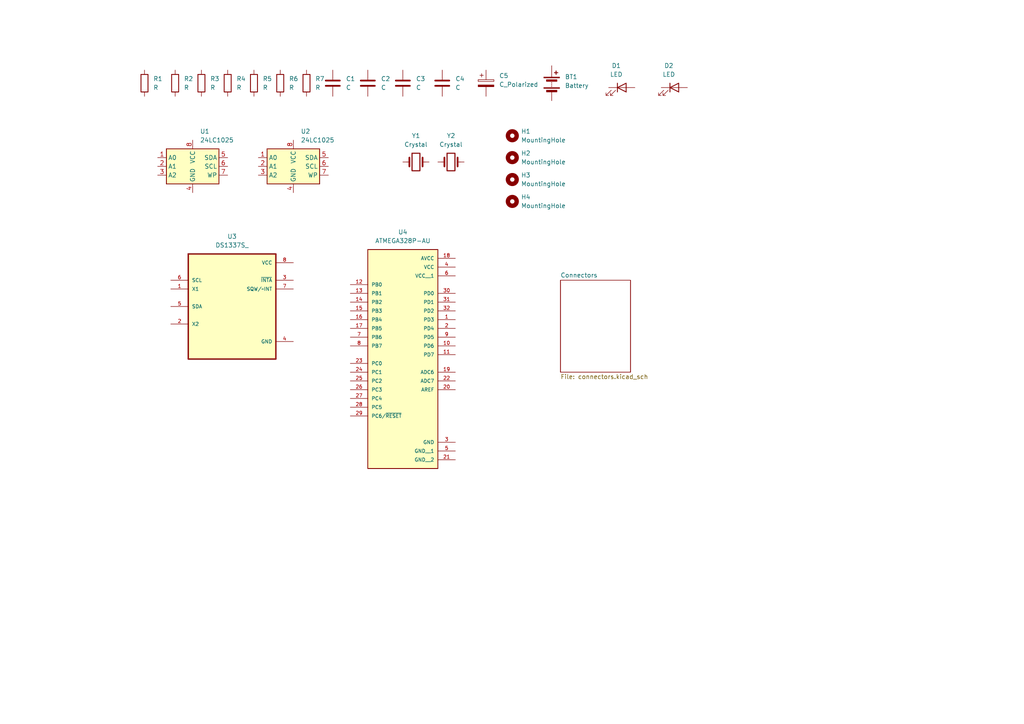
<source format=kicad_sch>
(kicad_sch (version 20250114) (generator "eeschema") (generator_version "9.0")
  (paper "A4")
  (lib_symbols
    (symbol "ATMEGA328P-AU:ATMEGA328P-AU" (pin_names (offset 1.016))
      (property "Reference" "U" (at -10.1755 29.2546 0))
      (property "Value" "ATMEGA328P-AU" (at -10.1669 -39.3914 0))
      (symbol "ATMEGA328P-AU_0_0"
        (rectangle (start -10.16 -35.56) (end 10.16 27.94) (stroke (width 0.254)) (fill (type background)))
        (pin bidirectional line (at -15.24 17.78 0) (length 5.08) (name "PB0") (number "12"))
        (pin bidirectional line (at -15.24 15.24 0) (length 5.08) (name "PB1") (number "13"))
        (pin bidirectional line (at -15.24 12.7 0) (length 5.08) (name "PB2") (number "14"))
        (pin bidirectional line (at -15.24 10.16 0) (length 5.08) (name "PB3") (number "15"))
        (pin bidirectional line (at -15.24 7.62 0) (length 5.08) (name "PB4") (number "16"))
        (pin bidirectional line (at -15.24 5.08 0) (length 5.08) (name "PB5") (number "17"))
        (pin bidirectional line (at -15.24 2.54 0) (length 5.08) (name "PB6") (number "7"))
        (pin bidirectional line (at -15.24 0 0) (length 5.08) (name "PB7") (number "8"))
        (pin bidirectional line (at -15.24 -5.08 0) (length 5.08) (name "PC0") (number "23"))
        (pin bidirectional line (at -15.24 -7.62 0) (length 5.08) (name "PC1") (number "24"))
        (pin bidirectional line (at -15.24 -10.16 0) (length 5.08) (name "PC2") (number "25"))
        (pin bidirectional line (at -15.24 -12.7 0) (length 5.08) (name "PC3") (number "26"))
        (pin bidirectional line (at -15.24 -15.24 0) (length 5.08) (name "PC4") (number "27"))
        (pin bidirectional line (at -15.24 -17.78 0) (length 5.08) (name "PC5") (number "28"))
        (pin bidirectional line (at -15.24 -20.32 0) (length 5.08) (name "PC6/~{RESET}") (number "29"))
        (pin power_in line (at 15.24 25.4 180) (length 5.08) (name "AVCC") (number "18"))
        (pin power_in line (at 15.24 22.86 180) (length 5.08) (name "VCC") (number "4"))
        (pin power_in line (at 15.24 20.32 180) (length 5.08) (name "VCC__1") (number "6"))
        (pin bidirectional line (at 15.24 15.24 180) (length 5.08) (name "PD0") (number "30"))
        (pin bidirectional line (at 15.24 12.7 180) (length 5.08) (name "PD1") (number "31"))
        (pin bidirectional line (at 15.24 10.16 180) (length 5.08) (name "PD2") (number "32"))
        (pin bidirectional line (at 15.24 7.62 180) (length 5.08) (name "PD3") (number "1"))
        (pin bidirectional line (at 15.24 5.08 180) (length 5.08) (name "PD4") (number "2"))
        (pin bidirectional line (at 15.24 2.54 180) (length 5.08) (name "PD5") (number "9"))
        (pin bidirectional line (at 15.24 0 180) (length 5.08) (name "PD6") (number "10"))
        (pin bidirectional line (at 15.24 -2.54 180) (length 5.08) (name "PD7") (number "11"))
        (pin bidirectional line (at 15.24 -7.62 180) (length 5.08) (name "ADC6") (number "19"))
        (pin bidirectional line (at 15.24 -10.16 180) (length 5.08) (name "ADC7") (number "22"))
        (pin input line (at 15.24 -12.7 180) (length 5.08) (name "AREF") (number "20"))
        (pin power_in line (at 15.24 -27.94 180) (length 5.08) (name "GND") (number "3"))
        (pin power_in line (at 15.24 -30.48 180) (length 5.08) (name "GND__1") (number "5"))
        (pin power_in line (at 15.24 -33.02 180) (length 5.08) (name "GND__2") (number "21"))
      )
    )
    (symbol "DS1337S_:DS1337S_" (pin_names (offset 1.016))
      (property "Reference" "U" (at -12.7 16.24 0))
      (property "Value" "DS1337S_" (at -12.7 -19.24 0))
      (symbol "DS1337S__0_0"
        (rectangle (start -12.7 -15.24) (end 12.7 15.24) (stroke (width 0.41)) (fill (type background)))
        (pin input line (at -17.78 7.62 0) (length 5.08) (name "SCL") (number "6"))
        (pin input line (at -17.78 5.08 0) (length 5.08) (name "X1") (number "1"))
        (pin bidirectional line (at -17.78 0 0) (length 5.08) (name "SDA") (number "5"))
        (pin bidirectional line (at -17.78 -5.08 0) (length 5.08) (name "X2") (number "2"))
        (pin power_in line (at 17.78 12.7 180) (length 5.08) (name "VCC") (number "8"))
        (pin output line (at 17.78 7.62 180) (length 5.08) (name "~{INTA}") (number "3"))
        (pin output line (at 17.78 5.08 180) (length 5.08) (name "SQW/~INT") (number "7"))
        (pin power_in line (at 17.78 -10.16 180) (length 5.08) (name "GND") (number "4"))
      )
    )
    (symbol "Device:Battery" (pin_numbers (hide yes)) (pin_names (offset 0) (hide yes))
      (property "Reference" "BT" (at 2.54 2.54 0))
      (property "Value" "Battery" (at 2.54 0 0))
      (symbol "Battery_0_1"
        (rectangle (start -2.286 1.778) (end 2.286 1.524) (fill (type outline)))
        (rectangle (start -2.286 -1.27) (end 2.286 -1.524) (fill (type outline)))
        (rectangle (start -1.524 1.016) (end 1.524 0.508) (fill (type outline)))
        (rectangle (start -1.524 -2.032) (end 1.524 -2.54) (fill (type outline)))
        (polyline (pts (xy 0 1.778) (xy 0 2.54)))
        (polyline (pts (xy 0 0) (xy 0 0.254)))
        (polyline (pts (xy 0 -0.508) (xy 0 -0.254)))
        (polyline (pts (xy 0 -1.016) (xy 0 -0.762)))
        (polyline (pts (xy 0.762 3.048) (xy 1.778 3.048)) (stroke (width 0.254)))
        (polyline (pts (xy 1.27 3.556) (xy 1.27 2.54)) (stroke (width 0.254)))
      )
      (symbol "Battery_1_1"
        (pin passive line (at 0 5.08 270) (length 2.54) (name "+") (number "1"))
        (pin passive line (at 0 -5.08 90) (length 2.54) (name "-") (number "2"))
      )
    )
    (symbol "Device:C" (pin_numbers (hide yes)) (pin_names (offset 0.254))
      (property "Reference" "C" (at 0.635 2.54 0))
      (property "Value" "C" (at 0.635 -2.54 0))
      (symbol "C_0_1"
        (polyline (pts (xy -2.032 0.762) (xy 2.032 0.762)) (stroke (width 0.508)))
        (polyline (pts (xy -2.032 -0.762) (xy 2.032 -0.762)) (stroke (width 0.508)))
      )
      (symbol "C_1_1"
        (pin passive line (at 0 3.81 270) (length 2.794) (name "~") (number "1"))
        (pin passive line (at 0 -3.81 90) (length 2.794) (name "~") (number "2"))
      )
    )
    (symbol "Device:C_Polarized" (pin_numbers (hide yes)) (pin_names (offset 0.254))
      (property "Reference" "C" (at 0.635 2.54 0))
      (property "Value" "C_Polarized" (at 0.635 -2.54 0))
      (symbol "C_Polarized_0_1"
        (rectangle (start -2.286 0.508) (end 2.286 1.016))
        (polyline (pts (xy -1.778 2.286) (xy -0.762 2.286)))
        (polyline (pts (xy -1.27 2.794) (xy -1.27 1.778)))
        (rectangle (start 2.286 -0.508) (end -2.286 -1.016) (fill (type outline)))
      )
      (symbol "C_Polarized_1_1"
        (pin passive line (at 0 3.81 270) (length 2.794) (name "~") (number "1"))
        (pin passive line (at 0 -3.81 90) (length 2.794) (name "~") (number "2"))
      )
    )
    (symbol "Device:Crystal" (pin_numbers (hide yes)) (pin_names (offset 1.016) (hide yes))
      (property "Reference" "Y" (at 0 3.81 0))
      (property "Value" "Crystal" (at 0 -3.81 0))
      (symbol "Crystal_0_1"
        (polyline (pts (xy -2.54 0) (xy -1.905 0)))
        (polyline (pts (xy -1.905 -1.27) (xy -1.905 1.27)) (stroke (width 0.508)))
        (rectangle (start -1.143 2.54) (end 1.143 -2.54) (stroke (width 0.3048)))
        (polyline (pts (xy 1.905 -1.27) (xy 1.905 1.27)) (stroke (width 0.508)))
        (polyline (pts (xy 2.54 0) (xy 1.905 0)))
      )
      (symbol "Crystal_1_1"
        (pin passive line (at -3.81 0 0) (length 1.27) (name "1") (number "1"))
        (pin passive line (at 3.81 0 180) (length 1.27) (name "2") (number "2"))
      )
    )
    (symbol "Device:LED" (pin_numbers (hide yes)) (pin_names (offset 1.016) (hide yes))
      (property "Reference" "D" (at 0 2.54 0))
      (property "Value" "LED" (at 0 -2.54 0))
      (symbol "LED_0_1"
        (polyline (pts (xy -3.048 -0.762) (xy -4.572 -2.286) (xy -3.81 -2.286) (xy -4.572 -2.286) (xy -4.572 -1.524)))
        (polyline (pts (xy -1.778 -0.762) (xy -3.302 -2.286) (xy -2.54 -2.286) (xy -3.302 -2.286) (xy -3.302 -1.524)))
        (polyline (pts (xy -1.27 0) (xy 1.27 0)))
        (polyline (pts (xy -1.27 -1.27) (xy -1.27 1.27)) (stroke (width 0.254)))
        (polyline (pts (xy 1.27 -1.27) (xy 1.27 1.27) (xy -1.27 0) (xy 1.27 -1.27)) (stroke (width 0.254)))
      )
      (symbol "LED_1_1"
        (pin passive line (at -3.81 0 0) (length 2.54) (name "K") (number "1"))
        (pin passive line (at 3.81 0 180) (length 2.54) (name "A") (number "2"))
      )
    )
    (symbol "Device:R" (pin_numbers (hide yes)) (pin_names (offset 0))
      (property "Reference" "R" (at 2.032 0 90))
      (property "Value" "R" (at 0 0 90))
      (symbol "R_0_1"
        (rectangle (start -1.016 -2.54) (end 1.016 2.54) (stroke (width 0.254)))
      )
      (symbol "R_1_1"
        (pin passive line (at 0 3.81 270) (length 1.27) (name "~") (number "1"))
        (pin passive line (at 0 -3.81 90) (length 1.27) (name "~") (number "2"))
      )
    )
    (symbol "Mechanical:MountingHole" (pin_names (offset 1.016)) (in_bom no)
      (property "Reference" "H" (at 0 5.08 0))
      (property "Value" "MountingHole" (at 0 3.175 0))
      (symbol "MountingHole_0_1"
        (circle (center 0 0) (radius 1.27) (stroke (width 1.27)))
      )
    )
    (symbol "Memory_EEPROM:24LC1025"
      (property "Reference" "U" (at -6.35 6.35 0))
      (property "Value" "24LC1025" (at 1.27 6.35 0))
      (symbol "24LC1025_1_1"
        (rectangle (start -7.62 5.08) (end 7.62 -5.08) (stroke (width 0.254)) (fill (type background)))
        (pin input line (at -10.16 2.54 0) (length 2.54) (name "A0") (number "1"))
        (pin input line (at -10.16 0 0) (length 2.54) (name "A1") (number "2"))
        (pin input line (at -10.16 -2.54 0) (length 2.54) (name "A2") (number "3"))
        (pin power_in line (at 0 7.62 270) (length 2.54) (name "VCC") (number "8"))
        (pin power_in line (at 0 -7.62 90) (length 2.54) (name "GND") (number "4"))
        (pin bidirectional line (at 10.16 2.54 180) (length 2.54) (name "SDA") (number "5"))
        (pin input line (at 10.16 0 180) (length 2.54) (name "SCL") (number "6"))
        (pin input line (at 10.16 -2.54 180) (length 2.54) (name "WP") (number "7"))
      )
    )
  )
  (symbol (lib_id "Device:Crystal") (at 130.81 46.99 0) (unit 1)
    (property "Reference" "Y2" (at 130.81 39.37 0))
    (property "Value" "Crystal" (at 130.81 41.91 0))
    (property "Description" "Two pin crystal" (effects (hide yes)))
  )
  (symbol (lib_id "Device:C") (at 96.52 24.13 0) (unit 1)
    (property "Reference" "C1" (at 100.33 22.8599 0) (effects (justify left)))
    (property "Value" "C" (at 100.33 25.3999 0) (effects (justify left)))
    (property "Description" "Unpolarized capacitor" (effects (hide yes)))
  )
  (symbol (lib_id "Device:C") (at 106.68 24.13 0) (unit 1)
    (property "Reference" "C2" (at 110.49 22.8599 0) (effects (justify left)))
    (property "Value" "C" (at 110.49 25.3999 0) (effects (justify left)))
    (property "Description" "Unpolarized capacitor" (effects (hide yes)))
  )
  (symbol (lib_id "Mechanical:MountingHole") (at 148.59 45.72 0) (unit 1) (in_bom no)
    (property "Reference" "H2" (at 151.13 44.4499 0) (effects (justify left)))
    (property "Value" "MountingHole" (at 151.13 46.9899 0) (effects (justify left)))
    (property "Description" "Mounting Hole without connection" (effects (hide yes)))
  )
  (symbol (lib_id "Device:R") (at 58.42 24.13 0) (unit 1)
    (property "Reference" "R3" (at 60.96 22.8599 0) (effects (justify left)))
    (property "Value" "R" (at 60.96 25.3999 0) (effects (justify left)))
    (property "Description" "Resistor" (effects (hide yes)))
  )
  (symbol (lib_id "Mechanical:MountingHole") (at 148.59 52.07 0) (unit 1) (in_bom no)
    (property "Reference" "H3" (at 151.13 50.7999 0) (effects (justify left)))
    (property "Value" "MountingHole" (at 151.13 53.3399 0) (effects (justify left)))
    (property "Description" "Mounting Hole without connection" (effects (hide yes)))
  )
  (symbol (lib_id "Memory_EEPROM:24LC1025") (at 85.09 48.26 0) (unit 1)
    (property "Reference" "U2" (at 87.2333 38.1 0) (effects (justify left)))
    (property "Value" "24LC1025" (at 87.2333 40.64 0) (effects (justify left)))
    (property "Datasheet" "http://ww1.microchip.com/downloads/en/DeviceDoc/21941B.pdf" (effects (hide yes)))
    (property "Description" "I2C Serial EEPROM, 1024Kb, DIP-8/SOIC-8/TSSOP-8/DFN-8" (effects (hide yes)))
  )
  (symbol (lib_id "Memory_EEPROM:24LC1025") (at 55.88 48.26 0) (unit 1)
    (property "Reference" "U1" (at 58.0233 38.1 0) (effects (justify left)))
    (property "Value" "24LC1025" (at 58.0233 40.64 0) (effects (justify left)))
    (property "Datasheet" "http://ww1.microchip.com/downloads/en/DeviceDoc/21941B.pdf" (effects (hide yes)))
    (property "Description" "I2C Serial EEPROM, 1024Kb, DIP-8/SOIC-8/TSSOP-8/DFN-8" (effects (hide yes)))
  )
  (symbol (lib_id "Device:R") (at 73.66 24.13 0) (unit 1)
    (property "Reference" "R5" (at 76.2 22.8599 0) (effects (justify left)))
    (property "Value" "R" (at 76.2 25.3999 0) (effects (justify left)))
    (property "Description" "Resistor" (effects (hide yes)))
  )
  (symbol (lib_id "Device:C_Polarized") (at 140.97 24.13 0) (unit 1)
    (property "Reference" "C5" (at 144.78 21.9709 0) (effects (justify left)))
    (property "Value" "C_Polarized" (at 144.78 24.5109 0) (effects (justify left)))
    (property "Description" "Polarized capacitor" (effects (hide yes)))
  )
  (symbol (lib_id "Device:LED") (at 195.58 25.4 0) (unit 1)
    (property "Reference" "D2" (at 193.9925 19.05 0))
    (property "Value" "LED" (at 193.9925 21.59 0))
    (property "Description" "Light emitting diode" (effects (hide yes)))
    (property "Sim.Pins" "1=K 2=A" (effects (hide yes)))
  )
  (symbol (lib_id "DS1337S_:DS1337S_") (at 67.31 88.9 0) (unit 1)
    (property "Reference" "U3" (at 67.31 68.58 0))
    (property "Value" "DS1337S_" (at 67.31 71.12 0))
    (property "Footprint" "DS1337S_:SOIC127P600X175-8N" (effects (hide yes)))
    (property "Datasheet" "https://www.snapeda.com/parts/DS1337S+/Analog%20Devices/datasheet/" (effects (hide yes)))
    (property "MF" "Analog Devices" (effects (hide yes)))
    (property "Description_1" "I²C Serial Real-Time Clock" (effects (hide yes)))
    (property "Package" "SOIC-8 Maxim" (effects (hide yes)))
    (property "Price" "None" (effects (hide yes)))
    (property "SnapEDA_Link" "https://www.snapeda.com/parts/DS1337S+/Analog+Devices/view-part/?ref=snap" (effects (hide yes)))
    (property "MP" "DS1337S+" (effects (hide yes)))
    (property "Availability" "In Stock" (effects (hide yes)))
    (property "Check_prices" "https://www.snapeda.com/parts/DS1337S+/Analog+Devices/view-part/?ref=eda" (effects (hide yes)))
  )
  (symbol (lib_id "Device:R") (at 66.04 24.13 0) (unit 1)
    (property "Reference" "R4" (at 68.58 22.8599 0) (effects (justify left)))
    (property "Value" "R" (at 68.58 25.3999 0) (effects (justify left)))
    (property "Description" "Resistor" (effects (hide yes)))
  )
  (symbol (lib_id "Mechanical:MountingHole") (at 148.59 39.37 0) (unit 1) (in_bom no)
    (property "Reference" "H1" (at 151.13 38.0999 0) (effects (justify left)))
    (property "Value" "MountingHole" (at 151.13 40.6399 0) (effects (justify left)))
    (property "Description" "Mounting Hole without connection" (effects (hide yes)))
  )
  (symbol (lib_id "Device:LED") (at 180.34 25.4 0) (unit 1)
    (property "Reference" "D1" (at 178.7525 19.05 0))
    (property "Value" "LED" (at 178.7525 21.59 0))
    (property "Description" "Light emitting diode" (effects (hide yes)))
    (property "Sim.Pins" "1=K 2=A" (effects (hide yes)))
  )
  (symbol (lib_id "Mechanical:MountingHole") (at 148.59 58.42 0) (unit 1) (in_bom no)
    (property "Reference" "H4" (at 151.13 57.1499 0) (effects (justify left)))
    (property "Value" "MountingHole" (at 151.13 59.6899 0) (effects (justify left)))
    (property "Description" "Mounting Hole without connection" (effects (hide yes)))
  )
  (symbol (lib_id "Device:R") (at 88.9 24.13 0) (unit 1)
    (property "Reference" "R7" (at 91.44 22.8599 0) (effects (justify left)))
    (property "Value" "R" (at 91.44 25.3999 0) (effects (justify left)))
    (property "Description" "Resistor" (effects (hide yes)))
  )
  (symbol (lib_id "Device:C") (at 128.27 24.13 0) (unit 1)
    (property "Reference" "C4" (at 132.08 22.8599 0) (effects (justify left)))
    (property "Value" "C" (at 132.08 25.3999 0) (effects (justify left)))
    (property "Description" "Unpolarized capacitor" (effects (hide yes)))
  )
  (symbol (lib_id "Device:R") (at 81.28 24.13 0) (unit 1)
    (property "Reference" "R6" (at 83.82 22.8599 0) (effects (justify left)))
    (property "Value" "R" (at 83.82 25.3999 0) (effects (justify left)))
    (property "Description" "Resistor" (effects (hide yes)))
  )
  (symbol (lib_id "ATMEGA328P-AU:ATMEGA328P-AU") (at 116.84 100.33 0) (unit 1)
    (property "Reference" "U4" (at 116.84 67.31 0))
    (property "Value" "ATMEGA328P-AU" (at 116.84 69.85 0))
    (property "Footprint" "ATMEGA328P-AU:QFP80P900X900X120-32N" (effects (hide yes)))
    (property "Datasheet" "https://ww1.microchip.com/downloads/aemDocuments/documents/MCU08/ProductDocuments/DataSheets/ATmega48A-PA-88A-PA-168A-PA-328-P-DS-DS40002061B.pdf" (effects (hide yes)))
    (property "DigiKey_Part_Number" "ATMEGA328P-AU-ND" (effects (hide yes)))
    (property "SnapEDA_Link" "https://www.snapeda.com/parts/ATMEGA328P-AU/Microchip+Technology/view-part/?ref=snap" (effects (hide yes)))
    (property "MAXIMUM_PACKAGE_HEIGHT" "1.20mm" (effects (hide yes)))
    (property "Package" "TQFP-32 Microchip" (effects (hide yes)))
    (property "Check_prices" "https://www.snapeda.com/parts/ATMEGA328P-AU/Microchip+Technology/view-part/?ref=eda" (effects (hide yes)))
    (property "STANDARD" "IPC-7351B" (effects (hide yes)))
    (property "PARTREV" "8271A" (effects (hide yes)))
    (property "MF" "MICROCHIP TECH." (effects (hide yes)))
    (property "MP" "ATMEGA328P-AU" (effects (hide yes)))
    (property "Description_1" "MCU 8-bit - AVR ATmega Family ATmega328 Series Microcontrollers - 20 MHz - 32 KB - 2 KB - 32 Pins." (effects (hide yes)))
    (property "MANUFACTURER" "Microchip" (effects (hide yes)))
  )
  (symbol (lib_id "Device:Battery") (at 160.02 24.13 0) (unit 1)
    (property "Reference" "BT1" (at 163.83 22.2884 0) (effects (justify left)))
    (property "Value" "Battery" (at 163.83 24.8284 0) (effects (justify left)))
    (property "Description" "Multiple-cell battery" (effects (hide yes)))
  )
  (symbol (lib_id "Device:C") (at 116.84 24.13 0) (unit 1)
    (property "Reference" "C3" (at 120.65 22.8599 0) (effects (justify left)))
    (property "Value" "C" (at 120.65 25.3999 0) (effects (justify left)))
    (property "Description" "Unpolarized capacitor" (effects (hide yes)))
  )
  (symbol (lib_id "Device:R") (at 41.91 24.13 0) (unit 1)
    (property "Reference" "R1" (at 44.45 22.8599 0) (effects (justify left)))
    (property "Value" "R" (at 44.45 25.3999 0) (effects (justify left)))
    (property "Description" "Resistor" (effects (hide yes)))
  )
  (symbol (lib_id "Device:Crystal") (at 120.65 46.99 0) (unit 1)
    (property "Reference" "Y1" (at 120.65 39.37 0))
    (property "Value" "Crystal" (at 120.65 41.91 0))
    (property "Description" "Two pin crystal" (effects (hide yes)))
  )
  (symbol (lib_id "Device:R") (at 50.8 24.13 0) (unit 1)
    (property "Reference" "R2" (at 53.34 22.8599 0) (effects (justify left)))
    (property "Value" "R" (at 53.34 25.3999 0) (effects (justify left)))
    (property "Description" "Resistor" (effects (hide yes)))
  )
  (sheet (at 162.56 81.28) (size 20.32 26.67) (stroke (width 0.1524))
    (property "Sheetname" "Connectors" (at 162.56 80.5684 0) (effects (justify left bottom)))
    (property "Sheetfile" "connectors.kicad_sch" (at 162.56 108.5346 0) (effects (justify left top)))
  )
)
</source>
